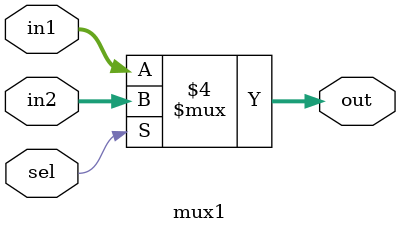
<source format=v>
module mux1 (
 input [31:0] in1,
 input [31:0] in2,
 input sel,
 output reg [31:0] out
);
 
 always @(*) begin
 if( sel ==0) out=in1;
 else out=in2;
 end
endmodule

</source>
